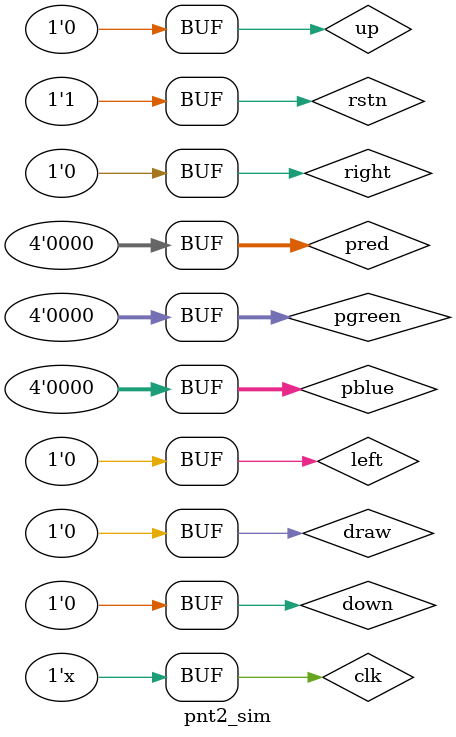
<source format=v>
`timescale 1ns / 1ps



module pnt2_sim();
reg clk;
reg  rstn;		//Ê±ÖÓ, ¸´Î» (µÍµçÆ½ÓÐÐ§)
reg  up;		//ÒÆ¶¯·½Ïò (dir)£ºÉÏ
reg down;		//ÒÆ¶¯·½Ïò (dir)£ºÏÂ
reg left;		//ÒÆ¶¯·½Ïò (dir)£º×ó
reg right;		//ÒÆ¶¯·½Ïò (dir)£ºÓÒ
//input [11:0] prgb,
reg [3:0] pred;  	//»­±ÊÑÕÉ« (prgb)£ººì
reg [3:0] pgreen; 	//»­±ÊÑÕÉ« (prgb)£ºÂÌ
reg [3:0] pblue; 	//»­±ÊÑÕÉ« (prgb)£ºÀ¶
reg draw;		//»æ»­¿ª¹Ø£º1-»æ»­
 //output [11:0] rgb,
wire  [3:0] red;//ÏñËØÑÕÉ« (rgb)£ººì
wire [3:0] green; 	//ÏñËØÑÕÉ« (rgb)£ºÂÌ
wire  [3:0] blue; 	//ÏñËØÑÕÉ« (rgb)£ºÀ¶
wire hs;		//ÐÐÍ¬²½
wire vs;		//³¡Í¬²½

painter2 PNT2(
    .clk(clk),
    .rstn(rstn),		//Ê±ÖÓ, ¸´Î» (µÍµçÆ½ÓÐÐ§)
    .up(up),		//ÒÆ¶¯·½Ïò (dir)£ºÉÏ
    .down(down),		//ÒÆ¶¯·½Ïò (dir)£ºÏÂ
    .left(left),		//ÒÆ¶¯·½Ïò (dir)£º×ó
    .right(right),		//ÒÆ¶¯·½Ïò (dir)£ºÓÒ
    //input [11:0] prgb,
    .pred(pred),  	//»­±ÊÑÕÉ« (prgb)£ººì
    .pgreen(pgreen), 	//»­±ÊÑÕÉ« (prgb)£ºÂÌ
    .pblue(pblue), 	//»­±ÊÑÕÉ« (prgb)£ºÀ¶
    .draw(draw),		//»æ»­¿ª¹Ø£º1-»æ»­
    //output [11:0] rgb,
    .red(red),	//ÏñËØÑÕÉ« (rgb)£ººì
    .green(green), 	//ÏñËØÑÕÉ« (rgb)£ºÂÌ
    .blue(blue), 	//ÏñËØÑÕÉ« (rgb)£ºÀ¶
    .hs(hs),		//ÐÐÍ¬²½
    .vs(vs)		//³¡Í¬²½
    );
    
initial begin
clk = 0;rstn = 0;pred = 0;pgreen = 0;pblue = 0;
up = 0;down = 0;left = 0;right = 0;draw= 0;
end
always #5 clk = ~clk;
initial 
begin
#5 rstn = 1;
end

endmodule
</source>
